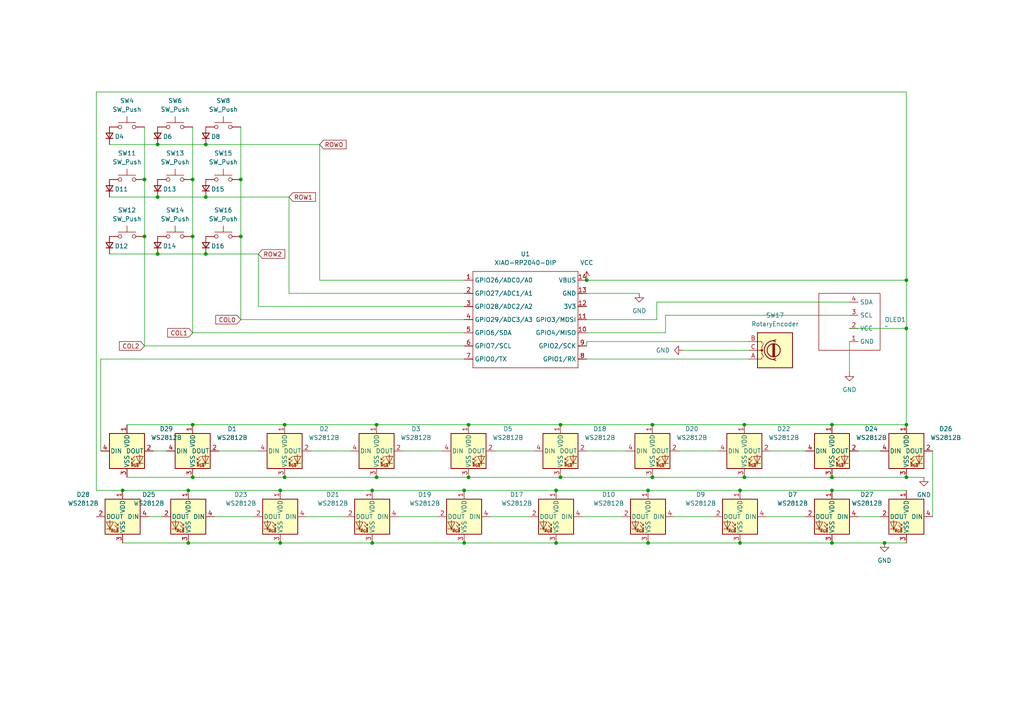
<source format=kicad_sch>
(kicad_sch (version 20250114) (generator "eeschema") (generator_version "9.0")
  (paper "A4")
  (lib_symbols
    (symbol "Device:D_Small" (pin_numbers (hide yes)) (pin_names (offset 0.254) (hide yes))
      (property "Reference" "D" (at -1.27 2.032 0))
      (property "Value" "D_Small" (at -3.81 -2.032 0))
      (symbol "D_Small_0_1"
        (polyline (pts (xy -0.762 0) (xy 0.762 0)))
        (polyline (pts (xy -0.762 -1.016) (xy -0.762 1.016)) (stroke (width 0.254)))
        (polyline (pts (xy 0.762 -1.016) (xy -0.762 0) (xy 0.762 1.016) (xy 0.762 -1.016)) (stroke (width 0.254)))
      )
      (symbol "D_Small_1_1"
        (pin passive line (at -2.54 0 0) (length 1.778) (name "K") (number "1"))
        (pin passive line (at 2.54 0 180) (length 1.778) (name "A") (number "2"))
      )
    )
    (symbol "Device:RotaryEncoder" (pin_names (offset 0.254) (hide yes))
      (property "Reference" "SW" (at 0 6.604 0))
      (property "Value" "RotaryEncoder" (at 0 -6.604 0))
      (symbol "RotaryEncoder_0_1"
        (rectangle (start -5.08 5.08) (end 5.08 -5.08) (stroke (width 0.254)) (fill (type background)))
        (polyline (pts (xy -5.08 2.54) (xy -3.81 2.54) (xy -3.81 2.032)))
        (polyline (pts (xy -5.08 0) (xy -3.81 0) (xy -3.81 -1.016) (xy -3.302 -2.032)))
        (polyline (pts (xy -5.08 -2.54) (xy -3.81 -2.54) (xy -3.81 -2.032)))
        (polyline (pts (xy -4.318 0) (xy -3.81 0) (xy -3.81 1.016) (xy -3.302 2.032)))
        (circle (center -3.81 0) (radius 0.254) (fill (type outline)))
        (polyline (pts (xy -0.635 -1.778) (xy -0.635 1.778)) (stroke (width 0.254)))
        (circle (center -0.381 0) (radius 1.905) (stroke (width 0.254)))
        (polyline (pts (xy -0.381 -1.778) (xy -0.381 1.778)) (stroke (width 0.254)))
        (arc (start -0.381 -2.794) (mid -3.0988 -0.0635) (end -0.381 2.667) (stroke (width 0.254)))
        (polyline (pts (xy -0.127 1.778) (xy -0.127 -1.778)) (stroke (width 0.254)))
        (polyline (pts (xy 0.254 2.921) (xy -0.508 2.667) (xy 0.127 2.286)) (stroke (width 0.254)))
        (polyline (pts (xy 0.254 -3.048) (xy -0.508 -2.794) (xy 0.127 -2.413)) (stroke (width 0.254)))
      )
      (symbol "RotaryEncoder_1_1"
        (pin passive line (at -7.62 2.54 0) (length 2.54) (name "A") (number "A"))
        (pin passive line (at -7.62 0 0) (length 2.54) (name "C") (number "C"))
        (pin passive line (at -7.62 -2.54 0) (length 2.54) (name "B") (number "B"))
      )
    )
    (symbol "LED:WS2812B" (pin_names (offset 0.254))
      (property "Reference" "D" (at 5.08 5.715 0))
      (property "Value" "WS2812B" (at 1.27 -5.715 0))
      (symbol "WS2812B_0_0"
        (text "RGB" (at 2.286 -4.191 0) (effects (font (size 0.762 0.762))))
      )
      (symbol "WS2812B_0_1"
        (polyline (pts (xy 1.27 -2.54) (xy 1.778 -2.54)))
        (polyline (pts (xy 1.27 -3.556) (xy 1.778 -3.556)))
        (polyline (pts (xy 2.286 -1.524) (xy 1.27 -2.54) (xy 1.27 -2.032)))
        (polyline (pts (xy 2.286 -2.54) (xy 1.27 -3.556) (xy 1.27 -3.048)))
        (polyline (pts (xy 3.683 -1.016) (xy 3.683 -3.556) (xy 3.683 -4.064)))
        (polyline (pts (xy 4.699 -1.524) (xy 2.667 -1.524) (xy 3.683 -3.556) (xy 4.699 -1.524)))
        (polyline (pts (xy 4.699 -3.556) (xy 2.667 -3.556)))
        (rectangle (start 5.08 5.08) (end -5.08 -5.08) (stroke (width 0.254)) (fill (type background)))
      )
      (symbol "WS2812B_1_1"
        (pin input line (at -7.62 0 0) (length 2.54) (name "DIN") (number "4"))
        (pin power_in line (at 0 7.62 270) (length 2.54) (name "VDD") (number "1"))
        (pin power_in line (at 0 -7.62 90) (length 2.54) (name "VSS") (number "3"))
        (pin output line (at 7.62 0 180) (length 2.54) (name "DOUT") (number "2"))
      )
    )
    (symbol "OLED:OLED"
      (property "Reference" "OLED" (at 0 0 0))
      (symbol "OLED_0_1"
        (rectangle (start 8.89 1.27) (end -7.62 -16.51))
      )
      (symbol "OLED_1_1"
        (pin input line (at -5.08 -7.62 270) (length 2.54) (name "GND") (number "1"))
        (pin input line (at -1.27 -7.62 270) (length 2.54) (name "VCC") (number "2"))
        (pin input line (at 2.54 -7.62 270) (length 2.54) (name "SCL") (number "3"))
        (pin input line (at 6.35 -7.62 270) (length 2.54) (name "SDA") (number "4"))
      )
    )
    (symbol "OPL:XIAO-RP2040-DIP"
      (property "Reference" "U" (at 0 0 0))
      (property "Value" "XIAO-RP2040-DIP" (at 5.334 -1.778 0))
      (symbol "XIAO-RP2040-DIP_1_0"
        (polyline (pts (xy -1.27 -2.54) (xy 29.21 -2.54)) (stroke (width 0.1524)))
        (polyline (pts (xy -1.27 -5.08) (xy -2.54 -5.08)) (stroke (width 0.1524)))
        (polyline (pts (xy -1.27 -5.08) (xy -1.27 -2.54)) (stroke (width 0.1524)))
        (polyline (pts (xy -1.27 -8.89) (xy -2.54 -8.89)) (stroke (width 0.1524)))
        (polyline (pts (xy -1.27 -8.89) (xy -1.27 -5.08)) (stroke (width 0.1524)))
        (polyline (pts (xy -1.27 -12.7) (xy -2.54 -12.7)) (stroke (width 0.1524)))
        (polyline (pts (xy -1.27 -12.7) (xy -1.27 -8.89)) (stroke (width 0.1524)))
        (polyline (pts (xy -1.27 -16.51) (xy -2.54 -16.51)) (stroke (width 0.1524)))
        (polyline (pts (xy -1.27 -16.51) (xy -1.27 -12.7)) (stroke (width 0.1524)))
        (polyline (pts (xy -1.27 -20.32) (xy -2.54 -20.32)) (stroke (width 0.1524)))
        (polyline (pts (xy -1.27 -24.13) (xy -2.54 -24.13)) (stroke (width 0.1524)))
        (polyline (pts (xy -1.27 -27.94) (xy -2.54 -27.94)) (stroke (width 0.1524)))
        (polyline (pts (xy -1.27 -30.48) (xy -1.27 -16.51)) (stroke (width 0.1524)))
        (polyline (pts (xy 29.21 -2.54) (xy 29.21 -5.08)) (stroke (width 0.1524)))
        (polyline (pts (xy 29.21 -5.08) (xy 29.21 -8.89)) (stroke (width 0.1524)))
        (polyline (pts (xy 29.21 -8.89) (xy 29.21 -12.7)) (stroke (width 0.1524)))
        (polyline (pts (xy 29.21 -12.7) (xy 29.21 -30.48)) (stroke (width 0.1524)))
        (polyline (pts (xy 29.21 -30.48) (xy -1.27 -30.48)) (stroke (width 0.1524)))
        (polyline (pts (xy 30.48 -5.08) (xy 29.21 -5.08)) (stroke (width 0.1524)))
        (polyline (pts (xy 30.48 -8.89) (xy 29.21 -8.89)) (stroke (width 0.1524)))
        (polyline (pts (xy 30.48 -12.7) (xy 29.21 -12.7)) (stroke (width 0.1524)))
        (polyline (pts (xy 30.48 -16.51) (xy 29.21 -16.51)) (stroke (width 0.1524)))
        (polyline (pts (xy 30.48 -20.32) (xy 29.21 -20.32)) (stroke (width 0.1524)))
        (polyline (pts (xy 30.48 -24.13) (xy 29.21 -24.13)) (stroke (width 0.1524)))
        (polyline (pts (xy 30.48 -27.94) (xy 29.21 -27.94)) (stroke (width 0.1524)))
        (pin passive line (at -3.81 -5.08 0) (length 2.54) (name "GPIO26/ADC0/A0") (number "1"))
        (pin passive line (at -3.81 -8.89 0) (length 2.54) (name "GPIO27/ADC1/A1") (number "2"))
        (pin passive line (at -3.81 -12.7 0) (length 2.54) (name "GPIO28/ADC2/A2") (number "3"))
        (pin passive line (at -3.81 -16.51 0) (length 2.54) (name "GPIO29/ADC3/A3") (number "4"))
        (pin passive line (at -3.81 -20.32 0) (length 2.54) (name "GPIO6/SDA") (number "5"))
        (pin passive line (at -3.81 -24.13 0) (length 2.54) (name "GPIO7/SCL") (number "6"))
        (pin passive line (at -3.81 -27.94 0) (length 2.54) (name "GPIO0/TX") (number "7"))
        (pin passive line (at 31.75 -5.08 180) (length 2.54) (name "VBUS") (number "14"))
        (pin passive line (at 31.75 -8.89 180) (length 2.54) (name "GND") (number "13"))
        (pin passive line (at 31.75 -12.7 180) (length 2.54) (name "3V3") (number "12"))
        (pin passive line (at 31.75 -16.51 180) (length 2.54) (name "GPIO3/MOSI") (number "11"))
        (pin passive line (at 31.75 -20.32 180) (length 2.54) (name "GPIO4/MISO") (number "10"))
        (pin passive line (at 31.75 -24.13 180) (length 2.54) (name "GPIO2/SCK") (number "9"))
        (pin passive line (at 31.75 -27.94 180) (length 2.54) (name "GPIO1/RX") (number "8"))
      )
    )
    (symbol "Switch:SW_Push" (pin_numbers (hide yes)) (pin_names (offset 1.016) (hide yes))
      (property "Reference" "SW" (at 1.27 2.54 0))
      (property "Value" "SW_Push" (at 0 -1.524 0))
      (symbol "SW_Push_0_1"
        (circle (center -2.032 0) (radius 0.508))
        (polyline (pts (xy 0 1.27) (xy 0 3.048)))
        (circle (center 2.032 0) (radius 0.508))
        (polyline (pts (xy 2.54 1.27) (xy -2.54 1.27)))
        (pin passive line (at -5.08 0 0) (length 2.54) (name "1") (number "1"))
        (pin passive line (at 5.08 0 180) (length 2.54) (name "2") (number "2"))
      )
    )
    (symbol "power:GND" (power) (pin_numbers (hide yes)) (pin_names (offset 0) (hide yes))
      (property "Value" "GND" (at 0 -3.81 0))
      (symbol "GND_0_1"
        (polyline (pts (xy 0 0) (xy 0 -1.27) (xy 1.27 -1.27) (xy 0 -2.54) (xy -1.27 -1.27) (xy 0 -1.27)))
      )
      (symbol "GND_1_1"
        (pin power_in line (at 0 0 270) (length 0) (name "~") (number "1"))
      )
    )
    (symbol "power:VCC" (power) (pin_numbers (hide yes)) (pin_names (offset 0) (hide yes))
      (property "Value" "VCC" (at 0 3.556 0))
      (symbol "VCC_0_1"
        (polyline (pts (xy -0.762 1.27) (xy 0 2.54)))
        (polyline (pts (xy 0 2.54) (xy 0.762 1.27)))
        (polyline (pts (xy 0 0) (xy 0 2.54)))
      )
      (symbol "VCC_1_1"
        (pin power_in line (at 0 0 90) (length 0) (name "~") (number "1"))
      )
    )
  )
  (junction (at 256.54 157.48))
  (junction (at 59.69 41.91))
  (junction (at 187.96 142.24))
  (junction (at 162.56 123.19))
  (junction (at 214.63 157.48))
  (junction (at 81.28 157.48))
  (junction (at 241.3 138.43))
  (junction (at 134.62 157.48))
  (junction (at 241.3 157.48))
  (junction (at 109.22 123.19))
  (junction (at 59.69 57.15))
  (junction (at 135.89 138.43))
  (junction (at 55.88 123.19))
  (junction (at 81.28 142.24))
  (junction (at 262.89 95.25))
  (junction (at 69.85 68.58))
  (junction (at 82.55 138.43))
  (junction (at 135.89 123.19))
  (junction (at 170.18 81.28))
  (junction (at 59.69 73.66))
  (junction (at 55.88 68.58))
  (junction (at 241.3 142.24))
  (junction (at 54.61 157.48))
  (junction (at 82.55 123.19))
  (junction (at 55.88 138.43))
  (junction (at 35.56 142.24))
  (junction (at 241.3 123.19))
  (junction (at 45.72 57.15))
  (junction (at 262.89 81.28))
  (junction (at 161.29 157.48))
  (junction (at 262.89 138.43))
  (junction (at 214.63 142.24))
  (junction (at 109.22 138.43))
  (junction (at 54.61 142.24))
  (junction (at 69.85 52.07))
  (junction (at 41.91 68.58))
  (junction (at 189.23 123.19))
  (junction (at 41.91 52.07))
  (junction (at 45.72 73.66))
  (junction (at 215.9 138.43))
  (junction (at 262.89 123.19))
  (junction (at 187.96 157.48))
  (junction (at 134.62 142.24))
  (junction (at 189.23 138.43))
  (junction (at 215.9 123.19))
  (junction (at 162.56 138.43))
  (junction (at 107.95 157.48))
  (junction (at 107.95 142.24))
  (junction (at 161.29 142.24))
  (junction (at 45.72 41.91))
  (junction (at 55.88 52.07))
  (wire (pts (xy 36.83 123.19) (xy 55.88 123.19)))
  (wire (pts (xy 262.89 95.25) (xy 262.89 81.28)))
  (wire (pts (xy 241.3 157.48) (xy 256.54 157.48)))
  (wire (pts (xy 215.9 138.43) (xy 241.3 138.43)))
  (wire (pts (xy 27.94 142.24) (xy 27.94 26.67)))
  (wire (pts (xy 35.56 142.24) (xy 27.94 142.24)))
  (wire (pts (xy 246.38 99.06) (xy 246.38 107.95)))
  (wire (pts (xy 196.85 130.81) (xy 208.28 130.81)))
  (wire (pts (xy 107.95 142.24) (xy 81.28 142.24)))
  (wire (pts (xy 170.18 85.09) (xy 185.42 85.09)))
  (wire (pts (xy 214.63 142.24) (xy 187.96 142.24)))
  (wire (pts (xy 246.38 91.44) (xy 193.04 91.44)))
  (wire (pts (xy 215.9 123.19) (xy 241.3 123.19)))
  (wire (pts (xy 83.82 85.09) (xy 134.62 85.09)))
  (wire (pts (xy 195.58 149.86) (xy 207.01 149.86)))
  (wire (pts (xy 55.88 68.58) (xy 55.88 96.52)))
  (wire (pts (xy 248.92 130.81) (xy 255.27 130.81)))
  (wire (pts (xy 115.57 149.86) (xy 127 149.86)))
  (wire (pts (xy 170.18 99.06) (xy 170.18 100.33)))
  (wire (pts (xy 241.3 142.24) (xy 214.63 142.24)))
  (wire (pts (xy 217.17 104.14) (xy 170.18 104.14)))
  (wire (pts (xy 81.28 157.48) (xy 107.95 157.48)))
  (wire (pts (xy 31.75 73.66) (xy 45.72 73.66)))
  (wire (pts (xy 262.89 26.67) (xy 262.89 81.28)))
  (wire (pts (xy 59.69 73.66) (xy 74.93 73.66)))
  (wire (pts (xy 161.29 142.24) (xy 134.62 142.24)))
  (wire (pts (xy 162.56 138.43) (xy 189.23 138.43)))
  (wire (pts (xy 222.25 149.86) (xy 233.68 149.86)))
  (wire (pts (xy 41.91 52.07) (xy 41.91 68.58)))
  (wire (pts (xy 241.3 142.24) (xy 262.89 142.24)))
  (wire (pts (xy 190.5 92.71) (xy 170.18 92.71)))
  (wire (pts (xy 256.54 157.48) (xy 262.89 157.48)))
  (wire (pts (xy 55.88 96.52) (xy 134.62 96.52)))
  (wire (pts (xy 161.29 157.48) (xy 187.96 157.48)))
  (wire (pts (xy 54.61 157.48) (xy 81.28 157.48)))
  (wire (pts (xy 198.12 101.6) (xy 217.17 101.6)))
  (wire (pts (xy 29.21 104.14) (xy 134.62 104.14)))
  (wire (pts (xy 193.04 91.44) (xy 193.04 96.52)))
  (wire (pts (xy 81.28 142.24) (xy 54.61 142.24)))
  (wire (pts (xy 248.92 149.86) (xy 255.27 149.86)))
  (wire (pts (xy 270.51 130.81) (xy 270.51 149.86)))
  (wire (pts (xy 45.72 57.15) (xy 59.69 57.15)))
  (wire (pts (xy 142.24 149.86) (xy 153.67 149.86)))
  (wire (pts (xy 55.88 138.43) (xy 82.55 138.43)))
  (wire (pts (xy 262.89 123.19) (xy 262.89 95.25)))
  (wire (pts (xy 74.93 73.66) (xy 74.93 88.9)))
  (wire (pts (xy 88.9 149.86) (xy 100.33 149.86)))
  (wire (pts (xy 193.04 96.52) (xy 170.18 96.52)))
  (wire (pts (xy 74.93 88.9) (xy 134.62 88.9)))
  (wire (pts (xy 31.75 41.91) (xy 45.72 41.91)))
  (wire (pts (xy 170.18 81.28) (xy 262.89 81.28)))
  (wire (pts (xy 162.56 123.19) (xy 189.23 123.19)))
  (wire (pts (xy 41.91 100.33) (xy 134.62 100.33)))
  (wire (pts (xy 246.38 87.63) (xy 190.5 87.63)))
  (wire (pts (xy 45.72 73.66) (xy 59.69 73.66)))
  (wire (pts (xy 223.52 130.81) (xy 233.68 130.81)))
  (wire (pts (xy 143.51 130.81) (xy 154.94 130.81)))
  (wire (pts (xy 135.89 138.43) (xy 162.56 138.43)))
  (wire (pts (xy 92.71 41.91) (xy 92.71 81.28)))
  (wire (pts (xy 189.23 138.43) (xy 215.9 138.43)))
  (wire (pts (xy 69.85 52.07) (xy 69.85 68.58)))
  (wire (pts (xy 35.56 157.48) (xy 54.61 157.48)))
  (wire (pts (xy 59.69 57.15) (xy 83.82 57.15)))
  (wire (pts (xy 214.63 157.48) (xy 241.3 157.48)))
  (wire (pts (xy 246.38 95.25) (xy 262.89 95.25)))
  (wire (pts (xy 134.62 142.24) (xy 107.95 142.24)))
  (wire (pts (xy 63.5 130.81) (xy 74.93 130.81)))
  (wire (pts (xy 241.3 123.19) (xy 262.89 123.19)))
  (wire (pts (xy 54.61 142.24) (xy 35.56 142.24)))
  (wire (pts (xy 44.45 130.81) (xy 48.26 130.81)))
  (wire (pts (xy 83.82 57.15) (xy 83.82 85.09)))
  (wire (pts (xy 27.94 26.67) (xy 262.89 26.67)))
  (wire (pts (xy 31.75 57.15) (xy 45.72 57.15)))
  (wire (pts (xy 109.22 123.19) (xy 135.89 123.19)))
  (wire (pts (xy 69.85 92.71) (xy 134.62 92.71)))
  (wire (pts (xy 43.18 149.86) (xy 46.99 149.86)))
  (wire (pts (xy 41.91 68.58) (xy 41.91 100.33)))
  (wire (pts (xy 187.96 157.48) (xy 214.63 157.48)))
  (wire (pts (xy 55.88 52.07) (xy 55.88 68.58)))
  (wire (pts (xy 90.17 130.81) (xy 101.6 130.81)))
  (wire (pts (xy 241.3 138.43) (xy 262.89 138.43)))
  (wire (pts (xy 134.62 157.48) (xy 161.29 157.48)))
  (wire (pts (xy 82.55 138.43) (xy 109.22 138.43)))
  (wire (pts (xy 217.17 99.06) (xy 170.18 99.06)))
  (wire (pts (xy 107.95 157.48) (xy 134.62 157.48)))
  (wire (pts (xy 262.89 138.43) (xy 267.97 138.43)))
  (wire (pts (xy 36.83 138.43) (xy 55.88 138.43)))
  (wire (pts (xy 170.18 130.81) (xy 181.61 130.81)))
  (wire (pts (xy 168.91 149.86) (xy 180.34 149.86)))
  (wire (pts (xy 82.55 123.19) (xy 109.22 123.19)))
  (wire (pts (xy 69.85 68.58) (xy 69.85 92.71)))
  (wire (pts (xy 189.23 123.19) (xy 215.9 123.19)))
  (wire (pts (xy 190.5 87.63) (xy 190.5 92.71)))
  (wire (pts (xy 69.85 36.83) (xy 69.85 52.07)))
  (wire (pts (xy 92.71 81.28) (xy 134.62 81.28)))
  (wire (pts (xy 187.96 142.24) (xy 161.29 142.24)))
  (wire (pts (xy 55.88 36.83) (xy 55.88 52.07)))
  (wire (pts (xy 109.22 138.43) (xy 135.89 138.43)))
  (wire (pts (xy 135.89 123.19) (xy 162.56 123.19)))
  (wire (pts (xy 116.84 130.81) (xy 128.27 130.81)))
  (wire (pts (xy 41.91 36.83) (xy 41.91 52.07)))
  (wire (pts (xy 29.21 104.14) (xy 29.21 130.81)))
  (wire (pts (xy 45.72 41.91) (xy 59.69 41.91)))
  (wire (pts (xy 62.23 149.86) (xy 73.66 149.86)))
  (wire (pts (xy 55.88 123.19) (xy 82.55 123.19)))
  (wire (pts (xy 59.69 41.91) (xy 92.71 41.91)))
  (global_label "ROW0" (shape input) (at 92.71 41.91 0) (property "Intersheetrefs" "${INTERSHEET_REFS}" (effects (hide yes))))
  (global_label "ROW1" (shape input) (at 83.82 57.15 0) (property "Intersheetrefs" "${INTERSHEET_REFS}" (effects (hide yes))))
  (global_label "COL1" (shape input) (at 55.88 96.52 180) (property "Intersheetrefs" "${INTERSHEET_REFS}" (effects (hide yes))))
  (global_label "COL0" (shape input) (at 69.85 92.71 180) (property "Intersheetrefs" "${INTERSHEET_REFS}" (effects (hide yes))))
  (global_label "COL2" (shape input) (at 41.91 100.33 180) (property "Intersheetrefs" "${INTERSHEET_REFS}" (effects (hide yes))))
  (global_label "ROW2" (shape input) (at 74.93 73.66 0) (property "Intersheetrefs" "${INTERSHEET_REFS}" (effects (hide yes))))
  (symbol (lib_id "power:GND") (at 256.54 157.48 0) (unit 1)
    (property "Reference" "#PWR01" (effects (hide yes)))
    (property "Value" "GND" (at 256.54 162.56 0))
    (property "Description" "Power symbol creates a global label with name \"GND\" , ground" (effects (hide yes)))
  )
  (symbol (lib_id "Switch:SW_Push") (at 36.83 68.58 0) (unit 1)
    (property "Reference" "SW12" (at 36.83 60.96 0))
    (property "Value" "SW_Push" (at 36.83 63.5 0))
    (property "Footprint" "Button_Switch_Keyboard:SW_Cherry_MX_1.00u_PCB" (effects (hide yes)))
    (property "Description" "Push button switch, generic, two pins" (effects (hide yes)))
  )
  (symbol (lib_id "Device:RotaryEncoder") (at 224.79 101.6 0) (mirror x) (unit 1)
    (property "Reference" "SW17" (at 224.79 91.44 0))
    (property "Value" "RotaryEncoder" (at 224.79 93.98 0))
    (property "Footprint" "Downloads:RotaryEncoder_Alps_EC11E_Vertical_H20mm" (effects (hide yes)))
    (property "Description" "Rotary encoder, dual channel, incremental quadrate outputs" (effects (hide yes)))
  )
  (symbol (lib_id "LED:WS2812B") (at 189.23 130.81 0) (unit 1)
    (property "Reference" "D20" (at 200.66 124.3898 0))
    (property "Value" "WS2812B" (at 200.66 126.9298 0))
    (property "Footprint" "LED_SMD:LED_WS2812B_PLCC4_5.0x5.0mm_P3.2mm" (effects (hide yes)))
    (property "Datasheet" "https://cdn-shop.adafruit.com/datasheets/WS2812B.pdf" (effects (hide yes)))
    (property "Description" "RGB LED with integrated controller" (effects (hide yes)))
  )
  (symbol (lib_id "LED:WS2812B") (at 162.56 130.81 0) (unit 1)
    (property "Reference" "D18" (at 173.99 124.3898 0))
    (property "Value" "WS2812B" (at 173.99 126.9298 0))
    (property "Footprint" "LED_SMD:LED_WS2812B_PLCC4_5.0x5.0mm_P3.2mm" (effects (hide yes)))
    (property "Datasheet" "https://cdn-shop.adafruit.com/datasheets/WS2812B.pdf" (effects (hide yes)))
    (property "Description" "RGB LED with integrated controller" (effects (hide yes)))
  )
  (symbol (lib_id "LED:WS2812B") (at 82.55 130.81 0) (unit 1)
    (property "Reference" "D2" (at 93.98 124.3898 0))
    (property "Value" "WS2812B" (at 93.98 126.9298 0))
    (property "Footprint" "LED_SMD:LED_WS2812B_PLCC4_5.0x5.0mm_P3.2mm" (effects (hide yes)))
    (property "Datasheet" "https://cdn-shop.adafruit.com/datasheets/WS2812B.pdf" (effects (hide yes)))
    (property "Description" "RGB LED with integrated controller" (effects (hide yes)))
  )
  (symbol (lib_id "Switch:SW_Push") (at 50.8 36.83 0) (unit 1)
    (property "Reference" "SW6" (at 50.8 29.21 0))
    (property "Value" "SW_Push" (at 50.8 31.75 0))
    (property "Footprint" "Button_Switch_Keyboard:SW_Cherry_MX_1.00u_PCB" (effects (hide yes)))
    (property "Description" "Push button switch, generic, two pins" (effects (hide yes)))
  )
  (symbol (lib_id "Device:D_Small") (at 45.72 71.12 90) (unit 1)
    (property "Reference" "D14" (at 47.244 71.374 90) (effects (justify right)))
    (property "Value" "D_Small" (effects (hide yes)))
    (property "Footprint" "Diode_THT:D_5W_P5.08mm_Vertical_AnodeUp" (effects (hide yes)))
    (property "Description" "Diode, small symbol" (effects (hide yes)))
    (property "Sim.Device" "D" (effects (hide yes)))
    (property "Sim.Pins" "1=K 2=A" (effects (hide yes)))
  )
  (symbol (lib_id "LED:WS2812B") (at 241.3 149.86 0) (mirror y) (unit 1)
    (property "Reference" "D7" (at 229.87 143.4398 0))
    (property "Value" "WS2812B" (at 229.87 145.9798 0))
    (property "Footprint" "LED_SMD:LED_WS2812B_PLCC4_5.0x5.0mm_P3.2mm" (effects (hide yes)))
    (property "Datasheet" "https://cdn-shop.adafruit.com/datasheets/WS2812B.pdf" (effects (hide yes)))
    (property "Description" "RGB LED with integrated controller" (effects (hide yes)))
  )
  (symbol (lib_id "Switch:SW_Push") (at 36.83 36.83 0) (unit 1)
    (property "Reference" "SW4" (at 36.83 29.21 0))
    (property "Value" "SW_Push" (at 36.83 31.75 0))
    (property "Footprint" "Button_Switch_Keyboard:SW_Cherry_MX_1.00u_PCB" (effects (hide yes)))
    (property "Description" "Push button switch, generic, two pins" (effects (hide yes)))
  )
  (symbol (lib_id "OLED:OLED") (at 238.76 93.98 90) (unit 1)
    (property "Reference" "OLED1" (at 256.54 92.7099 90) (effects (justify right)))
    (property "Value" "~" (at 256.54 94.615 90) (effects (justify right)))
    (property "Footprint" "Downloads:SSD1306-0.91-OLED-4pin-128x32" (effects (hide yes)))
  )
  (symbol (lib_id "LED:WS2812B") (at 134.62 149.86 0) (mirror y) (unit 1)
    (property "Reference" "D19" (at 123.19 143.4398 0))
    (property "Value" "WS2812B" (at 123.19 145.9798 0))
    (property "Footprint" "LED_SMD:LED_WS2812B_PLCC4_5.0x5.0mm_P3.2mm" (effects (hide yes)))
    (property "Datasheet" "https://cdn-shop.adafruit.com/datasheets/WS2812B.pdf" (effects (hide yes)))
    (property "Description" "RGB LED with integrated controller" (effects (hide yes)))
  )
  (symbol (lib_id "LED:WS2812B") (at 107.95 149.86 0) (mirror y) (unit 1)
    (property "Reference" "D21" (at 96.52 143.4398 0))
    (property "Value" "WS2812B" (at 96.52 145.9798 0))
    (property "Footprint" "LED_SMD:LED_WS2812B_PLCC4_5.0x5.0mm_P3.2mm" (effects (hide yes)))
    (property "Datasheet" "https://cdn-shop.adafruit.com/datasheets/WS2812B.pdf" (effects (hide yes)))
    (property "Description" "RGB LED with integrated controller" (effects (hide yes)))
  )
  (symbol (lib_id "Device:D_Small") (at 45.72 54.61 90) (unit 1)
    (property "Reference" "D13" (at 47.244 54.864 90) (effects (justify right)))
    (property "Value" "D_Small" (effects (hide yes)))
    (property "Footprint" "Diode_THT:D_5W_P5.08mm_Vertical_AnodeUp" (effects (hide yes)))
    (property "Description" "Diode, small symbol" (effects (hide yes)))
    (property "Sim.Device" "D" (effects (hide yes)))
    (property "Sim.Pins" "1=K 2=A" (effects (hide yes)))
  )
  (symbol (lib_id "Switch:SW_Push") (at 36.83 52.07 0) (unit 1)
    (property "Reference" "SW11" (at 36.83 44.45 0))
    (property "Value" "SW_Push" (at 36.83 46.99 0))
    (property "Footprint" "Button_Switch_Keyboard:SW_Cherry_MX_1.00u_PCB" (effects (hide yes)))
    (property "Description" "Push button switch, generic, two pins" (effects (hide yes)))
  )
  (symbol (lib_id "LED:WS2812B") (at 215.9 130.81 0) (unit 1)
    (property "Reference" "D22" (at 227.33 124.3898 0))
    (property "Value" "WS2812B" (at 227.33 126.9298 0))
    (property "Footprint" "LED_SMD:LED_WS2812B_PLCC4_5.0x5.0mm_P3.2mm" (effects (hide yes)))
    (property "Datasheet" "https://cdn-shop.adafruit.com/datasheets/WS2812B.pdf" (effects (hide yes)))
    (property "Description" "RGB LED with integrated controller" (effects (hide yes)))
  )
  (symbol (lib_id "LED:WS2812B") (at 187.96 149.86 0) (mirror y) (unit 1)
    (property "Reference" "D10" (at 176.53 143.4398 0))
    (property "Value" "WS2812B" (at 176.53 145.9798 0))
    (property "Footprint" "LED_SMD:LED_WS2812B_PLCC4_5.0x5.0mm_P3.2mm" (effects (hide yes)))
    (property "Datasheet" "https://cdn-shop.adafruit.com/datasheets/WS2812B.pdf" (effects (hide yes)))
    (property "Description" "RGB LED with integrated controller" (effects (hide yes)))
  )
  (symbol (lib_id "power:GND") (at 198.12 101.6 270) (unit 1)
    (property "Reference" "#PWR06" (effects (hide yes)))
    (property "Value" "GND" (at 194.31 101.5999 90) (effects (justify right)))
    (property "Description" "Power symbol creates a global label with name \"GND\" , ground" (effects (hide yes)))
  )
  (symbol (lib_id "Device:D_Small") (at 59.69 71.12 90) (unit 1)
    (property "Reference" "D16" (at 61.214 71.374 90) (effects (justify right)))
    (property "Value" "D_Small" (effects (hide yes)))
    (property "Footprint" "Diode_THT:D_5W_P5.08mm_Vertical_AnodeUp" (effects (hide yes)))
    (property "Description" "Diode, small symbol" (effects (hide yes)))
    (property "Sim.Device" "D" (effects (hide yes)))
    (property "Sim.Pins" "1=K 2=A" (effects (hide yes)))
  )
  (symbol (lib_id "LED:WS2812B") (at 36.83 130.81 0) (unit 1)
    (property "Reference" "D29" (at 48.26 124.3898 0))
    (property "Value" "WS2812B" (at 48.26 126.9298 0))
    (property "Footprint" "LED_SMD:LED_WS2812B_PLCC4_5.0x5.0mm_P3.2mm" (effects (hide yes)))
    (property "Datasheet" "https://cdn-shop.adafruit.com/datasheets/WS2812B.pdf" (effects (hide yes)))
    (property "Description" "RGB LED with integrated controller" (effects (hide yes)))
  )
  (symbol (lib_id "LED:WS2812B") (at 35.56 149.86 0) (mirror y) (unit 1)
    (property "Reference" "D28" (at 24.13 143.4398 0))
    (property "Value" "WS2812B" (at 24.13 145.9798 0))
    (property "Footprint" "LED_SMD:LED_WS2812B_PLCC4_5.0x5.0mm_P3.2mm" (effects (hide yes)))
    (property "Datasheet" "https://cdn-shop.adafruit.com/datasheets/WS2812B.pdf" (effects (hide yes)))
    (property "Description" "RGB LED with integrated controller" (effects (hide yes)))
  )
  (symbol (lib_id "power:GND") (at 246.38 107.95 0) (unit 1)
    (property "Reference" "#PWR05" (effects (hide yes)))
    (property "Value" "GND" (at 246.38 113.03 0))
    (property "Description" "Power symbol creates a global label with name \"GND\" , ground" (effects (hide yes)))
  )
  (symbol (lib_id "Device:D_Small") (at 45.72 39.37 90) (unit 1)
    (property "Reference" "D6" (at 47.244 39.624 90) (effects (justify right)))
    (property "Value" "D_Small" (effects (hide yes)))
    (property "Footprint" "Diode_THT:D_5W_P5.08mm_Vertical_AnodeUp" (effects (hide yes)))
    (property "Description" "Diode, small symbol" (effects (hide yes)))
    (property "Sim.Device" "D" (effects (hide yes)))
    (property "Sim.Pins" "1=K 2=A" (effects (hide yes)))
  )
  (symbol (lib_id "Switch:SW_Push") (at 64.77 52.07 0) (unit 1)
    (property "Reference" "SW15" (at 64.77 44.45 0))
    (property "Value" "SW_Push" (at 64.77 46.99 0))
    (property "Footprint" "Button_Switch_Keyboard:SW_Cherry_MX_1.00u_PCB" (effects (hide yes)))
    (property "Description" "Push button switch, generic, two pins" (effects (hide yes)))
  )
  (symbol (lib_id "LED:WS2812B") (at 214.63 149.86 0) (mirror y) (unit 1)
    (property "Reference" "D9" (at 203.2 143.4398 0))
    (property "Value" "WS2812B" (at 203.2 145.9798 0))
    (property "Footprint" "LED_SMD:LED_WS2812B_PLCC4_5.0x5.0mm_P3.2mm" (effects (hide yes)))
    (property "Datasheet" "https://cdn-shop.adafruit.com/datasheets/WS2812B.pdf" (effects (hide yes)))
    (property "Description" "RGB LED with integrated controller" (effects (hide yes)))
  )
  (symbol (lib_id "power:GND") (at 185.42 85.09 0) (unit 1)
    (property "Reference" "#PWR04" (effects (hide yes)))
    (property "Value" "GND" (at 185.42 90.17 0))
    (property "Description" "Power symbol creates a global label with name \"GND\" , ground" (effects (hide yes)))
  )
  (symbol (lib_id "Switch:SW_Push") (at 50.8 68.58 0) (unit 1)
    (property "Reference" "SW14" (at 50.8 60.96 0))
    (property "Value" "SW_Push" (at 50.8 63.5 0))
    (property "Footprint" "Button_Switch_Keyboard:SW_Cherry_MX_1.00u_PCB" (effects (hide yes)))
    (property "Description" "Push button switch, generic, two pins" (effects (hide yes)))
  )
  (symbol (lib_id "LED:WS2812B") (at 262.89 130.81 0) (unit 1)
    (property "Reference" "D26" (at 274.32 124.3898 0))
    (property "Value" "WS2812B" (at 274.32 126.9298 0))
    (property "Footprint" "LED_SMD:LED_WS2812B_PLCC4_5.0x5.0mm_P3.2mm" (effects (hide yes)))
    (property "Datasheet" "https://cdn-shop.adafruit.com/datasheets/WS2812B.pdf" (effects (hide yes)))
    (property "Description" "RGB LED with integrated controller" (effects (hide yes)))
  )
  (symbol (lib_id "Switch:SW_Push") (at 64.77 36.83 0) (unit 1)
    (property "Reference" "SW8" (at 64.77 29.21 0))
    (property "Value" "SW_Push" (at 64.77 31.75 0))
    (property "Footprint" "Button_Switch_Keyboard:SW_Cherry_MX_1.00u_PCB" (effects (hide yes)))
    (property "Description" "Push button switch, generic, two pins" (effects (hide yes)))
  )
  (symbol (lib_id "Switch:SW_Push") (at 50.8 52.07 0) (unit 1)
    (property "Reference" "SW13" (at 50.8 44.45 0))
    (property "Value" "SW_Push" (at 50.8 46.99 0))
    (property "Footprint" "Button_Switch_Keyboard:SW_Cherry_MX_1.00u_PCB" (effects (hide yes)))
    (property "Description" "Push button switch, generic, two pins" (effects (hide yes)))
  )
  (symbol (lib_id "power:VCC") (at 170.18 81.28 0) (unit 1)
    (property "Reference" "#PWR03" (effects (hide yes)))
    (property "Value" "VCC" (at 170.18 76.2 0))
    (property "Description" "Power symbol creates a global label with name \"VCC\"" (effects (hide yes)))
  )
  (symbol (lib_id "LED:WS2812B") (at 161.29 149.86 0) (mirror y) (unit 1)
    (property "Reference" "D17" (at 149.86 143.4398 0))
    (property "Value" "WS2812B" (at 149.86 145.9798 0))
    (property "Footprint" "LED_SMD:LED_WS2812B_PLCC4_5.0x5.0mm_P3.2mm" (effects (hide yes)))
    (property "Datasheet" "https://cdn-shop.adafruit.com/datasheets/WS2812B.pdf" (effects (hide yes)))
    (property "Description" "RGB LED with integrated controller" (effects (hide yes)))
  )
  (symbol (lib_id "LED:WS2812B") (at 54.61 149.86 0) (mirror y) (unit 1)
    (property "Reference" "D25" (at 43.18 143.4398 0))
    (property "Value" "WS2812B" (at 43.18 145.9798 0))
    (property "Footprint" "LED_SMD:LED_WS2812B_PLCC4_5.0x5.0mm_P3.2mm" (effects (hide yes)))
    (property "Datasheet" "https://cdn-shop.adafruit.com/datasheets/WS2812B.pdf" (effects (hide yes)))
    (property "Description" "RGB LED with integrated controller" (effects (hide yes)))
  )
  (symbol (lib_id "Device:D_Small") (at 31.75 54.61 90) (unit 1)
    (property "Reference" "D11" (at 33.274 54.864 90) (effects (justify right)))
    (property "Value" "D_Small" (effects (hide yes)))
    (property "Footprint" "Diode_THT:D_5W_P5.08mm_Vertical_AnodeUp" (effects (hide yes)))
    (property "Description" "Diode, small symbol" (effects (hide yes)))
    (property "Sim.Device" "D" (effects (hide yes)))
    (property "Sim.Pins" "1=K 2=A" (effects (hide yes)))
  )
  (symbol (lib_id "Device:D_Small") (at 31.75 39.37 90) (unit 1)
    (property "Reference" "D4" (at 33.274 39.624 90) (effects (justify right)))
    (property "Value" "D_Small" (effects (hide yes)))
    (property "Footprint" "Diode_THT:D_5W_P5.08mm_Vertical_AnodeUp" (effects (hide yes)))
    (property "Description" "Diode, small symbol" (effects (hide yes)))
    (property "Sim.Device" "D" (effects (hide yes)))
    (property "Sim.Pins" "1=K 2=A" (effects (hide yes)))
  )
  (symbol (lib_id "Switch:SW_Push") (at 64.77 68.58 0) (unit 1)
    (property "Reference" "SW16" (at 64.77 60.96 0))
    (property "Value" "SW_Push" (at 64.77 63.5 0))
    (property "Footprint" "Button_Switch_Keyboard:SW_Cherry_MX_1.00u_PCB" (effects (hide yes)))
    (property "Description" "Push button switch, generic, two pins" (effects (hide yes)))
  )
  (symbol (lib_id "Device:D_Small") (at 59.69 54.61 90) (unit 1)
    (property "Reference" "D15" (at 61.214 54.864 90) (effects (justify right)))
    (property "Value" "D_Small" (effects (hide yes)))
    (property "Footprint" "Diode_THT:D_5W_P5.08mm_Vertical_AnodeUp" (effects (hide yes)))
    (property "Description" "Diode, small symbol" (effects (hide yes)))
    (property "Sim.Device" "D" (effects (hide yes)))
    (property "Sim.Pins" "1=K 2=A" (effects (hide yes)))
  )
  (symbol (lib_id "power:GND") (at 267.97 138.43 0) (unit 1)
    (property "Reference" "#PWR07" (effects (hide yes)))
    (property "Value" "GND" (at 267.97 143.51 0))
    (property "Description" "Power symbol creates a global label with name \"GND\" , ground" (effects (hide yes)))
  )
  (symbol (lib_id "LED:WS2812B") (at 262.89 149.86 0) (mirror y) (unit 1)
    (property "Reference" "D27" (at 251.46 143.4398 0))
    (property "Value" "WS2812B" (at 251.46 145.9798 0))
    (property "Footprint" "LED_SMD:LED_WS2812B_PLCC4_5.0x5.0mm_P3.2mm" (effects (hide yes)))
    (property "Datasheet" "https://cdn-shop.adafruit.com/datasheets/WS2812B.pdf" (effects (hide yes)))
    (property "Description" "RGB LED with integrated controller" (effects (hide yes)))
  )
  (symbol (lib_id "LED:WS2812B") (at 241.3 130.81 0) (unit 1)
    (property "Reference" "D24" (at 252.73 124.3898 0))
    (property "Value" "WS2812B" (at 252.73 126.9298 0))
    (property "Footprint" "LED_SMD:LED_WS2812B_PLCC4_5.0x5.0mm_P3.2mm" (effects (hide yes)))
    (property "Datasheet" "https://cdn-shop.adafruit.com/datasheets/WS2812B.pdf" (effects (hide yes)))
    (property "Description" "RGB LED with integrated controller" (effects (hide yes)))
  )
  (symbol (lib_id "Device:D_Small") (at 59.69 39.37 90) (unit 1)
    (property "Reference" "D8" (at 61.214 39.624 90) (effects (justify right)))
    (property "Value" "D_Small" (effects (hide yes)))
    (property "Footprint" "Diode_THT:D_5W_P5.08mm_Vertical_AnodeUp" (effects (hide yes)))
    (property "Description" "Diode, small symbol" (effects (hide yes)))
    (property "Sim.Device" "D" (effects (hide yes)))
    (property "Sim.Pins" "1=K 2=A" (effects (hide yes)))
  )
  (symbol (lib_id "LED:WS2812B") (at 109.22 130.81 0) (unit 1)
    (property "Reference" "D3" (at 120.65 124.3898 0))
    (property "Value" "WS2812B" (at 120.65 126.9298 0))
    (property "Footprint" "LED_SMD:LED_WS2812B_PLCC4_5.0x5.0mm_P3.2mm" (effects (hide yes)))
    (property "Datasheet" "https://cdn-shop.adafruit.com/datasheets/WS2812B.pdf" (effects (hide yes)))
    (property "Description" "RGB LED with integrated controller" (effects (hide yes)))
  )
  (symbol (lib_id "OPL:XIAO-RP2040-DIP") (at 138.43 76.2 0) (unit 1)
    (property "Reference" "U1" (at 152.4 73.66 0))
    (property "Value" "XIAO-RP2040-DIP" (at 152.4 76.2 0))
    (property "Footprint" "OPL:XIAO-RP2040-DIP" (effects (hide yes)))
  )
  (symbol (lib_id "Device:D_Small") (at 31.75 71.12 90) (unit 1)
    (property "Reference" "D12" (at 33.274 71.374 90) (effects (justify right)))
    (property "Value" "D_Small" (effects (hide yes)))
    (property "Footprint" "Diode_THT:D_5W_P5.08mm_Vertical_AnodeUp" (effects (hide yes)))
    (property "Description" "Diode, small symbol" (effects (hide yes)))
    (property "Sim.Device" "D" (effects (hide yes)))
    (property "Sim.Pins" "1=K 2=A" (effects (hide yes)))
  )
  (symbol (lib_id "LED:WS2812B") (at 55.88 130.81 0) (unit 1)
    (property "Reference" "D1" (at 67.31 124.3898 0))
    (property "Value" "WS2812B" (at 67.31 126.9298 0))
    (property "Footprint" "LED_SMD:LED_WS2812B_PLCC4_5.0x5.0mm_P3.2mm" (effects (hide yes)))
    (property "Datasheet" "https://cdn-shop.adafruit.com/datasheets/WS2812B.pdf" (effects (hide yes)))
    (property "Description" "RGB LED with integrated controller" (effects (hide yes)))
  )
  (symbol (lib_id "LED:WS2812B") (at 135.89 130.81 0) (unit 1)
    (property "Reference" "D5" (at 147.32 124.3898 0))
    (property "Value" "WS2812B" (at 147.32 126.9298 0))
    (property "Footprint" "LED_SMD:LED_WS2812B_PLCC4_5.0x5.0mm_P3.2mm" (effects (hide yes)))
    (property "Datasheet" "https://cdn-shop.adafruit.com/datasheets/WS2812B.pdf" (effects (hide yes)))
    (property "Description" "RGB LED with integrated controller" (effects (hide yes)))
  )
  (symbol (lib_id "LED:WS2812B") (at 81.28 149.86 0) (mirror y) (unit 1)
    (property "Reference" "D23" (at 69.85 143.4398 0))
    (property "Value" "WS2812B" (at 69.85 145.9798 0))
    (property "Footprint" "LED_SMD:LED_WS2812B_PLCC4_5.0x5.0mm_P3.2mm" (effects (hide yes)))
    (property "Datasheet" "https://cdn-shop.adafruit.com/datasheets/WS2812B.pdf" (effects (hide yes)))
    (property "Description" "RGB LED with integrated controller" (effects (hide yes)))
  )
)
</source>
